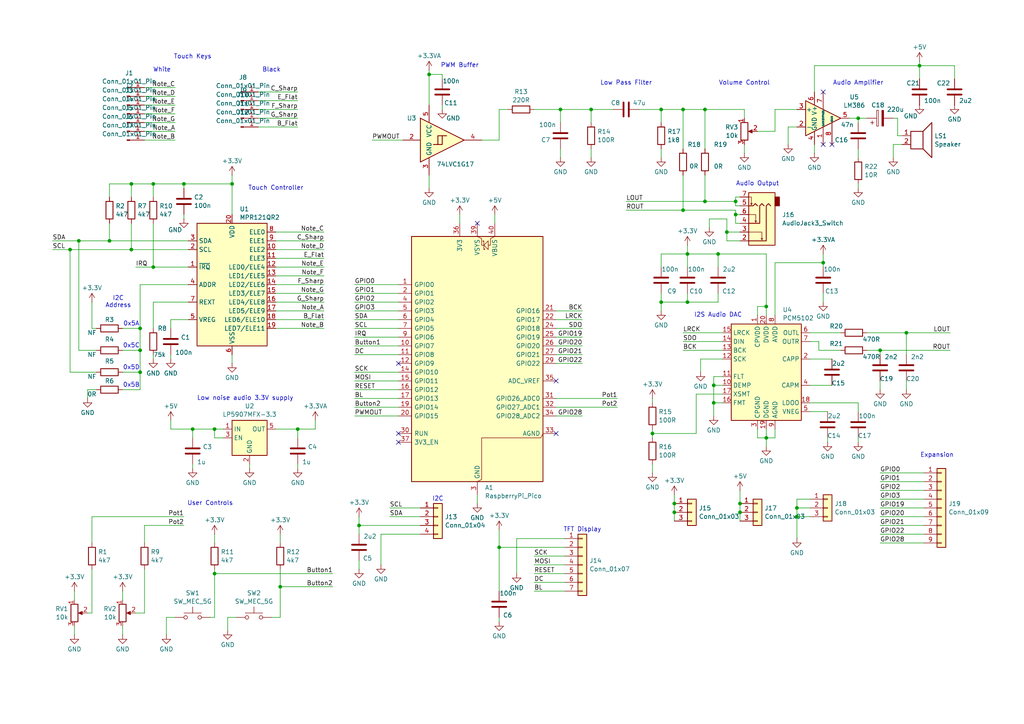
<source format=kicad_sch>
(kicad_sch (version 20231120) (generator "eeschema") (generator_version "8.0")
  (paper "A4")
  (junction (at 55.88 124.46))
  (junction (at 195.58 148.59))
  (junction (at 62.23 124.46))
  (junction (at 207.01 116.84))
  (junction (at 213.36 62.23))
  (junction (at 204.47 31.75))
  (junction (at 53.34 53.34))
  (junction (at 81.28 170.18))
  (junction (at 40.64 95.25))
  (junction (at 44.45 53.34))
  (junction (at 104.14 152.4))
  (junction (at 195.58 146.05))
  (junction (at 208.28 73.66))
  (junction (at 231.14 147.32))
  (junction (at 191.77 31.75))
  (junction (at 213.36 58.42))
  (junction (at 262.89 96.52))
  (junction (at 67.31 53.34))
  (junction (at 214.63 148.59))
  (junction (at 210.82 67.31))
  (junction (at 204.47 58.42))
  (junction (at 162.56 31.75))
  (junction (at 189.23 125.73))
  (junction (at 198.12 31.75))
  (junction (at 171.45 31.75))
  (junction (at 248.92 34.29))
  (junction (at 38.1 72.39))
  (junction (at 207.01 111.76))
  (junction (at 86.36 124.46))
  (junction (at 191.77 87.63))
  (junction (at 144.78 158.75))
  (junction (at 20.32 72.39))
  (junction (at 222.25 127))
  (junction (at 222.25 88.9))
  (junction (at 199.39 73.66))
  (junction (at 214.63 146.05))
  (junction (at 231.14 149.86))
  (junction (at 62.23 166.37))
  (junction (at 238.76 76.2))
  (junction (at 38.1 53.34))
  (junction (at 255.27 101.6))
  (junction (at 22.86 69.85))
  (junction (at 44.45 77.47))
  (junction (at 198.12 60.96))
  (junction (at 40.64 101.6))
  (junction (at 124.46 21.59))
  (junction (at 266.7 19.05))
  (junction (at 199.39 87.63))
  (junction (at 31.75 69.85))
  (junction (at 40.64 107.95))
  (no_connect (at 238.76 26.67))
  (no_connect (at 241.3 41.91))
  (no_connect (at 115.57 125.73))
  (no_connect (at 161.29 110.49))
  (no_connect (at 115.57 128.27))
  (no_connect (at 115.57 105.41))
  (no_connect (at 161.29 125.73))
  (no_connect (at 238.76 41.91))
  (no_connect (at 138.43 64.77))
  (wire (pts (xy 31.75 64.77) (xy 31.75 69.85)))
  (wire (pts (xy 21.59 181.61) (xy 21.59 184.15)))
  (wire (pts (xy 41.91 157.48) (xy 41.91 152.4)))
  (wire (pts (xy 22.86 69.85) (xy 31.75 69.85)))
  (wire (pts (xy 262.89 110.49) (xy 262.89 113.03)))
  (wire (pts (xy 44.45 77.47) (xy 54.61 77.47)))
  (wire (pts (xy 276.86 19.05) (xy 276.86 22.86)))
  (wire (pts (xy 262.89 96.52) (xy 262.89 102.87)))
  (wire (pts (xy 102.87 95.25) (xy 115.57 95.25)))
  (wire (pts (xy 110.49 154.94) (xy 110.49 163.83)))
  (wire (pts (xy 237.49 99.06) (xy 234.95 99.06)))
  (wire (pts (xy 201.93 114.3) (xy 209.55 114.3)))
  (wire (pts (xy 199.39 71.12) (xy 199.39 73.66)))
  (wire (pts (xy 35.56 107.95) (xy 40.64 107.95)))
  (wire (pts (xy 41.91 25.4) (xy 50.8 25.4)))
  (wire (pts (xy 81.28 154.94) (xy 81.28 157.48)))
  (wire (pts (xy 143.51 62.23) (xy 143.51 64.77)))
  (wire (pts (xy 213.36 57.15) (xy 214.63 57.15)))
  (wire (pts (xy 259.08 34.29) (xy 260.35 34.29)))
  (wire (pts (xy 238.76 76.2) (xy 238.76 77.47)))
  (wire (pts (xy 31.75 69.85) (xy 54.61 69.85)))
  (wire (pts (xy 81.28 170.18) (xy 96.52 170.18)))
  (wire (pts (xy 154.94 161.29) (xy 163.83 161.29)))
  (wire (pts (xy 208.28 85.09) (xy 208.28 87.63)))
  (wire (pts (xy 144.78 31.75) (xy 147.32 31.75)))
  (wire (pts (xy 41.91 165.1) (xy 41.91 177.8)))
  (wire (pts (xy 189.23 125.73) (xy 189.23 127)))
  (wire (pts (xy 191.77 85.09) (xy 191.77 87.63)))
  (wire (pts (xy 26.67 95.25) (xy 27.94 95.25)))
  (wire (pts (xy 41.91 27.94) (xy 50.8 27.94)))
  (wire (pts (xy 234.95 96.52) (xy 243.84 96.52)))
  (wire (pts (xy 222.25 127) (xy 224.79 127)))
  (wire (pts (xy 251.46 101.6) (xy 255.27 101.6)))
  (wire (pts (xy 248.92 116.84) (xy 248.92 119.38)))
  (wire (pts (xy 248.92 34.29) (xy 251.46 34.29)))
  (wire (pts (xy 78.74 179.07) (xy 81.28 179.07)))
  (wire (pts (xy 128.27 30.48) (xy 128.27 31.75)))
  (wire (pts (xy 62.23 154.94) (xy 62.23 157.48)))
  (wire (pts (xy 199.39 73.66) (xy 208.28 73.66)))
  (wire (pts (xy 102.87 113.03) (xy 115.57 113.03)))
  (wire (pts (xy 41.91 33.02) (xy 50.8 33.02)))
  (wire (pts (xy 162.56 43.18) (xy 162.56 45.72)))
  (wire (pts (xy 102.87 100.33) (xy 115.57 100.33)))
  (wire (pts (xy 231.14 149.86) (xy 231.14 156.21)))
  (wire (pts (xy 49.53 102.87) (xy 49.53 104.14)))
  (wire (pts (xy 203.2 104.14) (xy 203.2 107.95)))
  (wire (pts (xy 107.95 40.64) (xy 116.84 40.64)))
  (wire (pts (xy 195.58 146.05) (xy 195.58 148.59)))
  (wire (pts (xy 231.14 36.83) (xy 228.6 36.83)))
  (wire (pts (xy 199.39 73.66) (xy 199.39 77.47)))
  (wire (pts (xy 31.75 57.15) (xy 31.75 53.34)))
  (wire (pts (xy 210.82 67.31) (xy 210.82 69.85)))
  (wire (pts (xy 25.4 113.03) (xy 27.94 113.03)))
  (wire (pts (xy 199.39 87.63) (xy 208.28 87.63)))
  (wire (pts (xy 207.01 111.76) (xy 209.55 111.76)))
  (wire (pts (xy 26.67 165.1) (xy 26.67 177.8)))
  (wire (pts (xy 149.86 156.21) (xy 163.83 156.21)))
  (wire (pts (xy 198.12 96.52) (xy 209.55 96.52)))
  (wire (pts (xy 80.01 82.55) (xy 93.98 82.55)))
  (wire (pts (xy 35.56 101.6) (xy 40.64 101.6)))
  (wire (pts (xy 214.63 148.59) (xy 214.63 151.13)))
  (wire (pts (xy 191.77 35.56) (xy 191.77 31.75)))
  (wire (pts (xy 35.56 113.03) (xy 40.64 113.03)))
  (wire (pts (xy 198.12 101.6) (xy 209.55 101.6)))
  (wire (pts (xy 44.45 64.77) (xy 44.45 77.47)))
  (wire (pts (xy 204.47 58.42) (xy 213.36 58.42)))
  (wire (pts (xy 205.74 63.5) (xy 205.74 66.04)))
  (wire (pts (xy 255.27 101.6) (xy 255.27 102.87)))
  (wire (pts (xy 91.44 121.92) (xy 91.44 124.46)))
  (wire (pts (xy 195.58 143.51) (xy 195.58 146.05)))
  (wire (pts (xy 222.25 127) (xy 222.25 129.54)))
  (wire (pts (xy 44.45 53.34) (xy 53.34 53.34)))
  (wire (pts (xy 248.92 43.18) (xy 248.92 45.72)))
  (wire (pts (xy 102.87 87.63) (xy 115.57 87.63)))
  (wire (pts (xy 80.01 85.09) (xy 93.98 85.09)))
  (wire (pts (xy 207.01 116.84) (xy 207.01 120.65)))
  (wire (pts (xy 199.39 85.09) (xy 199.39 87.63)))
  (wire (pts (xy 80.01 80.01) (xy 93.98 80.01)))
  (wire (pts (xy 144.78 158.75) (xy 163.83 158.75)))
  (wire (pts (xy 20.32 107.95) (xy 20.32 72.39)))
  (wire (pts (xy 251.46 96.52) (xy 262.89 96.52)))
  (wire (pts (xy 62.23 166.37) (xy 62.23 165.1)))
  (wire (pts (xy 74.93 29.21) (xy 86.36 29.21)))
  (wire (pts (xy 53.34 54.61) (xy 53.34 53.34)))
  (wire (pts (xy 255.27 144.78) (xy 267.97 144.78)))
  (wire (pts (xy 102.87 82.55) (xy 115.57 82.55)))
  (wire (pts (xy 104.14 162.56) (xy 104.14 165.1)))
  (wire (pts (xy 27.94 101.6) (xy 22.86 101.6)))
  (wire (pts (xy 238.76 85.09) (xy 238.76 87.63)))
  (wire (pts (xy 64.77 124.46) (xy 62.23 124.46)))
  (wire (pts (xy 26.67 87.63) (xy 26.67 95.25)))
  (wire (pts (xy 80.01 72.39) (xy 93.98 72.39)))
  (wire (pts (xy 35.56 181.61) (xy 35.56 184.15)))
  (wire (pts (xy 224.79 76.2) (xy 224.79 91.44)))
  (wire (pts (xy 191.77 77.47) (xy 191.77 73.66)))
  (wire (pts (xy 25.4 113.03) (xy 25.4 115.57)))
  (wire (pts (xy 191.77 87.63) (xy 199.39 87.63)))
  (wire (pts (xy 40.64 113.03) (xy 40.64 107.95)))
  (wire (pts (xy 39.37 77.47) (xy 44.45 77.47)))
  (wire (pts (xy 81.28 170.18) (xy 81.28 165.1)))
  (wire (pts (xy 80.01 87.63) (xy 93.98 87.63)))
  (wire (pts (xy 255.27 101.6) (xy 275.59 101.6)))
  (wire (pts (xy 191.77 31.75) (xy 198.12 31.75)))
  (wire (pts (xy 102.87 118.11) (xy 115.57 118.11)))
  (wire (pts (xy 144.78 158.75) (xy 144.78 171.45)))
  (wire (pts (xy 191.77 43.18) (xy 191.77 45.72)))
  (wire (pts (xy 209.55 109.22) (xy 207.01 109.22)))
  (wire (pts (xy 41.91 40.64) (xy 50.8 40.64)))
  (wire (pts (xy 26.67 149.86) (xy 53.34 149.86)))
  (wire (pts (xy 139.7 40.64) (xy 144.78 40.64)))
  (wire (pts (xy 266.7 17.78) (xy 266.7 19.05)))
  (wire (pts (xy 161.29 115.57) (xy 179.07 115.57)))
  (wire (pts (xy 49.53 121.92) (xy 49.53 124.46)))
  (wire (pts (xy 35.56 95.25) (xy 40.64 95.25)))
  (wire (pts (xy 124.46 21.59) (xy 128.27 21.59)))
  (wire (pts (xy 198.12 31.75) (xy 198.12 43.18)))
  (wire (pts (xy 210.82 63.5) (xy 210.82 67.31)))
  (wire (pts (xy 54.61 92.71) (xy 49.53 92.71)))
  (wire (pts (xy 41.91 35.56) (xy 50.8 35.56)))
  (wire (pts (xy 237.49 101.6) (xy 243.84 101.6)))
  (wire (pts (xy 222.25 73.66) (xy 222.25 88.9)))
  (wire (pts (xy 74.93 36.83) (xy 86.36 36.83)))
  (wire (pts (xy 80.01 95.25) (xy 93.98 95.25)))
  (wire (pts (xy 154.94 166.37) (xy 163.83 166.37)))
  (wire (pts (xy 198.12 50.8) (xy 198.12 60.96)))
  (wire (pts (xy 213.36 58.42) (xy 213.36 57.15)))
  (wire (pts (xy 161.29 95.25) (xy 168.91 95.25)))
  (wire (pts (xy 31.75 53.34) (xy 38.1 53.34)))
  (wire (pts (xy 219.71 124.46) (xy 219.71 127)))
  (wire (pts (xy 81.28 170.18) (xy 81.28 179.07)))
  (wire (pts (xy 49.53 92.71) (xy 49.53 95.25)))
  (wire (pts (xy 80.01 69.85) (xy 93.98 69.85)))
  (wire (pts (xy 161.29 105.41) (xy 168.91 105.41)))
  (wire (pts (xy 207.01 109.22) (xy 207.01 111.76)))
  (wire (pts (xy 161.29 118.11) (xy 179.07 118.11)))
  (wire (pts (xy 210.82 69.85) (xy 214.63 69.85)))
  (wire (pts (xy 262.89 96.52) (xy 275.59 96.52)))
  (wire (pts (xy 215.9 41.91) (xy 215.9 44.45)))
  (wire (pts (xy 231.14 144.78) (xy 231.14 147.32)))
  (wire (pts (xy 26.67 177.8) (xy 25.4 177.8)))
  (wire (pts (xy 208.28 73.66) (xy 208.28 77.47)))
  (wire (pts (xy 231.14 147.32) (xy 234.95 147.32)))
  (wire (pts (xy 276.86 19.05) (xy 266.7 19.05)))
  (wire (pts (xy 210.82 67.31) (xy 214.63 67.31)))
  (wire (pts (xy 62.23 127) (xy 62.23 124.46)))
  (wire (pts (xy 44.45 102.87) (xy 44.45 104.14)))
  (wire (pts (xy 41.91 38.1) (xy 50.8 38.1)))
  (wire (pts (xy 80.01 74.93) (xy 93.98 74.93)))
  (wire (pts (xy 154.94 31.75) (xy 162.56 31.75)))
  (wire (pts (xy 102.87 102.87) (xy 115.57 102.87)))
  (wire (pts (xy 38.1 53.34) (xy 38.1 57.15)))
  (wire (pts (xy 204.47 31.75) (xy 215.9 31.75)))
  (wire (pts (xy 110.49 154.94) (xy 121.92 154.94)))
  (wire (pts (xy 236.22 19.05) (xy 266.7 19.05)))
  (wire (pts (xy 248.92 34.29) (xy 248.92 35.56)))
  (wire (pts (xy 60.96 179.07) (xy 62.23 179.07)))
  (wire (pts (xy 102.87 85.09) (xy 115.57 85.09)))
  (wire (pts (xy 62.23 166.37) (xy 96.52 166.37)))
  (wire (pts (xy 161.29 90.17) (xy 168.91 90.17)))
  (wire (pts (xy 40.64 95.25) (xy 40.64 82.55)))
  (wire (pts (xy 198.12 99.06) (xy 209.55 99.06)))
  (wire (pts (xy 195.58 148.59) (xy 195.58 151.13)))
  (wire (pts (xy 86.36 124.46) (xy 86.36 127)))
  (wire (pts (xy 260.35 34.29) (xy 260.35 39.37)))
  (wire (pts (xy 161.29 120.65) (xy 168.91 120.65)))
  (wire (pts (xy 113.03 147.32) (xy 121.92 147.32)))
  (wire (pts (xy 15.24 69.85) (xy 22.86 69.85)))
  (wire (pts (xy 261.62 41.91) (xy 259.08 41.91)))
  (wire (pts (xy 67.31 102.87) (xy 67.31 105.41)))
  (wire (pts (xy 74.93 34.29) (xy 86.36 34.29)))
  (wire (pts (xy 124.46 20.32) (xy 124.46 21.59)))
  (wire (pts (xy 266.7 19.05) (xy 266.7 22.86)))
  (wire (pts (xy 161.29 97.79) (xy 168.91 97.79)))
  (wire (pts (xy 149.86 156.21) (xy 149.86 166.37)))
  (wire (pts (xy 185.42 31.75) (xy 191.77 31.75)))
  (wire (pts (xy 260.35 39.37) (xy 261.62 39.37)))
  (wire (pts (xy 237.49 101.6) (xy 237.49 99.06)))
  (wire (pts (xy 213.36 62.23) (xy 214.63 62.23)))
  (wire (pts (xy 48.26 179.07) (xy 50.8 179.07)))
  (wire (pts (xy 215.9 31.75) (xy 215.9 34.29)))
  (wire (pts (xy 26.67 157.48) (xy 26.67 149.86)))
  (wire (pts (xy 72.39 134.62) (xy 72.39 135.89)))
  (wire (pts (xy 53.34 53.34) (xy 67.31 53.34)))
  (wire (pts (xy 231.14 149.86) (xy 234.95 149.86)))
  (wire (pts (xy 67.31 53.34) (xy 67.31 62.23)))
  (wire (pts (xy 144.78 179.07) (xy 144.78 180.34)))
  (wire (pts (xy 234.95 144.78) (xy 231.14 144.78)))
  (wire (pts (xy 62.23 166.37) (xy 62.23 179.07)))
  (wire (pts (xy 80.01 77.47) (xy 93.98 77.47)))
  (wire (pts (xy 162.56 31.75) (xy 162.56 35.56)))
  (wire (pts (xy 171.45 43.18) (xy 171.45 45.72)))
  (wire (pts (xy 44.45 57.15) (xy 44.45 53.34)))
  (wire (pts (xy 255.27 137.16) (xy 267.97 137.16)))
  (wire (pts (xy 228.6 36.83) (xy 228.6 41.91)))
  (wire (pts (xy 204.47 31.75) (xy 204.47 43.18)))
  (wire (pts (xy 171.45 31.75) (xy 177.8 31.75)))
  (wire (pts (xy 189.23 115.57) (xy 189.23 116.84)))
  (wire (pts (xy 67.31 50.8) (xy 67.31 53.34)))
  (wire (pts (xy 181.61 58.42) (xy 204.47 58.42)))
  (wire (pts (xy 102.87 90.17) (xy 115.57 90.17)))
  (wire (pts (xy 161.29 92.71) (xy 168.91 92.71)))
  (wire (pts (xy 213.36 64.77) (xy 214.63 64.77)))
  (wire (pts (xy 198.12 60.96) (xy 213.36 60.96)))
  (wire (pts (xy 80.01 124.46) (xy 86.36 124.46)))
  (wire (pts (xy 191.77 73.66) (xy 199.39 73.66)))
  (wire (pts (xy 80.01 90.17) (xy 93.98 90.17)))
  (wire (pts (xy 20.32 72.39) (xy 38.1 72.39)))
  (wire (pts (xy 208.28 73.66) (xy 222.25 73.66)))
  (wire (pts (xy 102.87 97.79) (xy 115.57 97.79)))
  (wire (pts (xy 224.79 127) (xy 224.79 124.46)))
  (wire (pts (xy 86.36 134.62) (xy 86.36 135.89)))
  (wire (pts (xy 224.79 38.1) (xy 224.79 31.75)))
  (wire (pts (xy 38.1 72.39) (xy 54.61 72.39)))
  (wire (pts (xy 74.93 26.67) (xy 86.36 26.67)))
  (wire (pts (xy 171.45 31.75) (xy 171.45 35.56)))
  (wire (pts (xy 234.95 111.76) (xy 241.3 111.76)))
  (wire (pts (xy 189.23 134.62) (xy 189.23 137.16)))
  (wire (pts (xy 219.71 38.1) (xy 224.79 38.1)))
  (wire (pts (xy 236.22 19.05) (xy 236.22 26.67)))
  (wire (pts (xy 162.56 31.75) (xy 171.45 31.75)))
  (wire (pts (xy 198.12 31.75) (xy 204.47 31.75)))
  (wire (pts (xy 22.86 101.6) (xy 22.86 69.85)))
  (wire (pts (xy 44.45 87.63) (xy 54.61 87.63)))
  (wire (pts (xy 21.59 171.45) (xy 21.59 173.99)))
  (wire (pts (xy 219.71 88.9) (xy 222.25 88.9)))
  (wire (pts (xy 102.87 107.95) (xy 115.57 107.95)))
  (wire (pts (xy 255.27 110.49) (xy 255.27 113.03)))
  (wire (pts (xy 255.27 147.32) (xy 267.97 147.32)))
  (wire (pts (xy 40.64 82.55) (xy 54.61 82.55)))
  (wire (pts (xy 66.04 179.07) (xy 68.58 179.07)))
  (wire (pts (xy 248.92 127) (xy 248.92 128.27)))
  (wire (pts (xy 224.79 76.2) (xy 238.76 76.2)))
  (wire (pts (xy 191.77 87.63) (xy 191.77 90.17)))
  (wire (pts (xy 144.78 40.64) (xy 144.78 31.75)))
  (wire (pts (xy 55.88 134.62) (xy 55.88 135.89)))
  (wire (pts (xy 161.29 102.87) (xy 168.91 102.87)))
  (wire (pts (xy 104.14 152.4) (xy 121.92 152.4)))
  (wire (pts (xy 128.27 21.59) (xy 128.27 22.86)))
  (wire (pts (xy 214.63 142.24) (xy 214.63 146.05)))
  (wire (pts (xy 41.91 177.8) (xy 39.37 177.8)))
  (wire (pts (xy 53.34 62.23) (xy 53.34 63.5)))
  (wire (pts (xy 64.77 127) (xy 62.23 127)))
  (wire (pts (xy 41.91 30.48) (xy 50.8 30.48)))
  (wire (pts (xy 189.23 124.46) (xy 189.23 125.73)))
  (wire (pts (xy 74.93 31.75) (xy 86.36 31.75)))
  (wire (pts (xy 255.27 152.4) (xy 267.97 152.4)))
  (wire (pts (xy 154.94 163.83) (xy 163.83 163.83)))
  (wire (pts (xy 86.36 124.46) (xy 91.44 124.46)))
  (wire (pts (xy 40.64 107.95) (xy 40.64 101.6)))
  (wire (pts (xy 62.23 124.46) (xy 55.88 124.46)))
  (wire (pts (xy 205.74 63.5) (xy 210.82 63.5)))
  (wire (pts (xy 234.95 104.14) (xy 241.3 104.14)))
  (wire (pts (xy 207.01 111.76) (xy 207.01 116.84)))
  (wire (pts (xy 154.94 171.45) (xy 163.83 171.45)))
  (wire (pts (xy 44.45 95.25) (xy 44.45 87.63)))
  (wire (pts (xy 80.01 67.31) (xy 93.98 67.31)))
  (wire (pts (xy 189.23 125.73) (xy 201.93 125.73)))
  (wire (pts (xy 222.25 88.9) (xy 222.25 91.44)))
  (wire (pts (xy 27.94 107.95) (xy 20.32 107.95)))
  (wire (pts (xy 240.03 127) (xy 240.03 128.27)))
  (wire (pts (xy 204.47 50.8) (xy 204.47 58.42)))
  (wire (pts (xy 15.24 72.39) (xy 20.32 72.39)))
  (wire (pts (xy 255.27 139.7) (xy 267.97 139.7)))
  (wire (pts (xy 219.71 91.44) (xy 219.71 88.9)))
  (wire (pts (xy 102.87 110.49) (xy 115.57 110.49)))
  (wire (pts (xy 213.36 58.42) (xy 213.36 59.69)))
  (wire (pts (xy 255.27 149.86) (xy 267.97 149.86)))
  (wire (pts (xy 248.92 53.34) (xy 248.92 54.61)))
  (wire (pts (xy 102.87 120.65) (xy 115.57 120.65)))
  (wire (pts (xy 38.1 64.77) (xy 38.1 72.39)))
  (wire (pts (xy 234.95 119.38) (xy 240.03 119.38)))
  (wire (pts (xy 35.56 171.45) (xy 35.56 173.99)))
  (wire (pts (xy 124.46 21.59) (xy 124.46 30.48)))
  (wire (pts (xy 133.35 62.23) (xy 133.35 64.77)))
  (wire (pts (xy 201.93 125.73) (xy 201.93 114.3)))
  (wire (pts (xy 238.76 73.66) (xy 238.76 76.2)))
  (wire (pts (xy 124.46 50.8) (xy 124.46 54.61)))
  (wire (pts (xy 66.04 179.07) (xy 66.04 182.88)))
  (wire (pts (xy 236.22 41.91) (xy 236.22 44.45)))
  (wire (pts (xy 138.43 143.51) (xy 138.43 146.05)))
  (wire (pts (xy 255.27 157.48) (xy 267.97 157.48)))
  (wire (pts (xy 213.36 60.96) (xy 213.36 62.23)))
  (wire (pts (xy 213.36 62.23) (xy 213.36 64.77)))
  (wire (pts (xy 144.78 153.67) (xy 144.78 158.75)))
  (wire (pts (xy 55.88 124.46) (xy 49.53 124.46)))
  (wire (pts (xy 231.14 147.32) (xy 231.14 149.86)))
  (wire (pts (xy 113.03 149.86) (xy 121.92 149.86)))
  (wire (pts (xy 161.29 100.33) (xy 168.91 100.33)))
  (wire (pts (xy 259.08 41.91) (xy 259.08 45.72)))
  (wire (pts (xy 209.55 116.84) (xy 207.01 116.84)))
  (wire (pts (xy 55.88 124.46) (xy 55.88 127)))
  (wire (pts (xy 255.27 154.94) (xy 267.97 154.94)))
  (wire (pts (xy 104.14 149.86) (xy 104.14 152.4)))
  (wire (pts (xy 154.94 168.91) (xy 163.83 168.91)))
  (wire (pts (xy 214.63 146.05) (xy 214.63 148.59)))
  (wire (pts (xy 213.36 59.69) (xy 214.63 59.69)))
  (wire (pts (xy 102.87 115.57) (xy 115.57 115.57)))
  (wire (pts (xy 38.1 53.34) (xy 44.45 53.34)))
  (wire (pts (xy 234.95 116.84) (xy 248.92 116.84)))
  (wire (pts (xy 80.01 92.71) (xy 93.98 92.71)))
  (wire (pts (xy 40.64 101.6) (xy 40.64 95.25)))
  (wire (pts (xy 222.25 124.46) (xy 222.25 127)))
  (wire (pts (xy 255.27 142.24) (xy 267.97 142.24)))
  (wire (pts (xy 209.55 104.14) (xy 203.2 104.14)))
  (wire (pts (xy 246.38 34.29) (xy 248.92 34.29)))
  (wire (pts (xy 41.91 152.4) (xy 53.34 152.4)))
  (wire (pts (xy 104.14 152.4) (xy 104.14 154.94)))
  (wire (pts (xy 48.26 179.07) (xy 48.26 184.15)))
  (wire (pts (xy 181.61 60.96) (xy 198.12 60.96)))
  (wire (pts (xy 102.87 92.71) (xy 115.57 92.71)))
  (wire (pts (xy 219.71 127) (xy 222.25 127)))
  (wire (pts (xy 224.79 31.75) (xy 231.14 31.75)))
  (text "PWM Buffer" (at 133.35 19.05 0) (effects (font (size 1.27 1.27))))
  (text "Black" (at 78.74 20.32 0) (effects (font (size 1.27 1.27))))
  (text "I2C\nAddress" (at 34.29 87.63 0) (effects (font (size 1.27 1.27))))
  (text "Touch Keys" (at 55.88 16.51 0) (effects (font (size 1.27 1.27))))
  (text "Audio Amplifier" (at 248.92 24.13 0) (effects (font (size 1.27 1.27))))
  (text "0x5C" (at 38.1 100.33 0) (effects (font (size 1.27 1.27))))
  (text "0x5A" (at 38.1 93.98 0) (effects (font (size 1.27 1.27))))
  (text "Audio Output" (at 219.71 53.34 0) (effects (font (size 1.27 1.27))))
  (text "0x5B" (at 38.1 111.76 0) (effects (font (size 1.27 1.27))))
  (text "TFT Display" (at 168.91 153.67 0) (effects (font (size 1.27 1.27))))
  (text "Low noise audio 3.3V supply" (at 71.12 115.57 0) (effects (font (size 1.27 1.27))))
  (text "Volume Control" (at 215.9 24.13 0) (effects (font (size 1.27 1.27))))
  (text "Low Pass Filter" (at 181.61 24.13 0) (effects (font (size 1.27 1.27))))
  (text "I2C" (at 127 144.78 0) (effects (font (size 1.27 1.27))))
  (text "Expansion" (at 271.78 132.08 0) (effects (font (size 1.27 1.27))))
  (text "0x5D" (at 38.1 106.68 0) (effects (font (size 1.27 1.27))))
  (text "I2S Audio DAC" (at 208.28 91.44 0) (effects (font (size 1.27 1.27))))
  (text "User Controls" (at 60.96 146.05 0) (effects (font (size 1.27 1.27))))
  (text "Touch Controller" (at 80.01 54.61 0) (effects (font (size 1.27 1.27))))
  (text "White" (at 46.99 20.32 0) (effects (font (size 1.27 1.27))))
  (label "MOSI" (at 154.94 163.83 0))
  (label "Pot2" (at 53.34 152.4 180))
  (label "Button2" (at 96.52 170.18 180))
  (label "SCL" (at 15.24 72.39 0))
  (label "SDO" (at 198.12 99.06 0))
  (label "IRQ" (at 102.87 97.79 0))
  (label "Note_F" (at 93.98 80.01 180))
  (label "DC" (at 154.94 168.91 0))
  (label "B_Flat" (at 86.36 36.83 180))
  (label "MOSI" (at 102.87 110.49 0))
  (label "SCK" (at 154.94 161.29 0))
  (label "Note_B" (at 93.98 95.25 180))
  (label "GPIO28" (at 255.27 157.48 0))
  (label "SCL" (at 102.87 95.25 0))
  (label "Note_A" (at 50.8 38.1 180))
  (label "RESET" (at 102.87 113.03 0))
  (label "Button1" (at 96.52 166.37 180))
  (label "GPIO2" (at 255.27 142.24 0))
  (label "Note_D" (at 93.98 72.39 180))
  (label "Note_G" (at 50.8 35.56 180))
  (label "LRCK" (at 168.91 92.71 180))
  (label "ROUT" (at 181.61 60.96 0))
  (label "C_Sharp" (at 86.36 26.67 180))
  (label "Button2" (at 102.87 118.11 0))
  (label "SCK" (at 102.87 107.95 0))
  (label "GPIO21" (at 255.27 152.4 0))
  (label "IRQ" (at 39.37 77.47 0))
  (label "SDA" (at 113.03 149.86 0))
  (label "Note_D" (at 50.8 27.94 180))
  (label "F_Sharp" (at 86.36 31.75 180))
  (label "RESET" (at 154.94 166.37 0))
  (label "SDA" (at 102.87 92.71 0))
  (label "BL" (at 154.94 171.45 0))
  (label "SCL" (at 113.03 147.32 0))
  (label "Note_G" (at 93.98 85.09 180))
  (label "GPIO20" (at 168.91 100.33 180))
  (label "Note_C" (at 50.8 25.4 180))
  (label "G_Sharp" (at 86.36 34.29 180))
  (label "GPIO19" (at 168.91 97.79 180))
  (label "E_Flat" (at 86.36 29.21 180))
  (label "GPIO22" (at 168.91 105.41 180))
  (label "G_Sharp" (at 93.98 87.63 180))
  (label "E_Flat" (at 93.98 74.93 180))
  (label "Pot2" (at 179.07 118.11 180))
  (label "Pot1" (at 53.34 149.86 180))
  (label "GPIO19" (at 255.27 147.32 0))
  (label "GPIO0" (at 255.27 137.16 0))
  (label "LOUT" (at 275.59 96.52 180))
  (label "LRCK" (at 198.12 96.52 0))
  (label "DC" (at 102.87 102.87 0))
  (label "PWMOUT" (at 102.87 120.65 0))
  (label "GPIO21" (at 168.91 102.87 180))
  (label "GPIO3" (at 102.87 90.17 0))
  (label "Note_B" (at 50.8 40.64 180))
  (label "BCK" (at 198.12 101.6 0))
  (label "SDA" (at 15.24 69.85 0))
  (label "GPIO22" (at 255.27 154.94 0))
  (label "GPIO1" (at 102.87 85.09 0))
  (label "GPIO1" (at 255.27 139.7 0))
  (label "B_Flat" (at 93.98 92.71 180))
  (label "BL" (at 102.87 115.57 0))
  (label "C_Sharp" (at 93.98 69.85 180))
  (label "BCK" (at 168.91 90.17 180))
  (label "PWMOUT" (at 107.95 40.64 0))
  (label "GPIO28" (at 168.91 120.65 180))
  (label "ROUT" (at 275.59 101.6 180))
  (label "Note_E" (at 50.8 30.48 180))
  (label "Note_F" (at 50.8 33.02 180))
  (label "Pot1" (at 179.07 115.57 180))
  (label "SDO" (at 168.91 95.25 180))
  (label "Note_E" (at 93.98 77.47 180))
  (label "LOUT" (at 181.61 58.42 0))
  (label "GPIO3" (at 255.27 144.78 0))
  (label "Note_C" (at 93.98 67.31 180))
  (label "Note_A" (at 93.98 90.17 180))
  (label "GPIO20" (at 255.27 149.86 0))
  (label "GPIO0" (at 102.87 82.55 0))
  (label "F_Sharp" (at 93.98 82.55 180))
  (label "GPIO2" (at 102.87 87.63 0))
  (label "Button1" (at 102.87 100.33 0))
  (symbol (lib_id "power:GND") (at 66.04 182.88 0) (unit 1)
    (property "Reference" "#PWR014" (effects (hide yes)))
    (property "Value" "GND" (at 66.04 187.0131 0))
    (property "Description" "Power symbol creates a global label with name \"GND\" , ground" (effects (hide yes)))
  )
  (symbol (lib_id "Device:C") (at 55.88 130.81 0) (unit 1)
    (property "Reference" "C3" (at 58.801 129.5978 0) (effects (justify left)))
    (property "Value" "1u" (at 57.15 133.985 0) (effects (justify left)))
    (property "Footprint" "Capacitor_SMD:C_0603_1608Metric" (effects (hide yes)))
    (property "Description" "Unpolarized capacitor" (effects (hide yes)))
  )
  (symbol (lib_id "Device:C") (at 276.86 26.67 180) (unit 1)
    (property "Reference" "C22" (at 275.59 24.13 0) (effects (justify left)))
    (property "Value" "2u2" (at 281.94 29.21 0) (effects (justify left)))
    (property "Footprint" "Capacitor_SMD:C_0603_1608Metric" (effects (hide yes)))
    (property "Description" "Unpolarized capacitor" (effects (hide yes)))
  )
  (symbol (lib_id "power:GND") (at 67.31 105.41 0) (unit 1)
    (property "Reference" "#PWR016" (effects (hide yes)))
    (property "Value" "GND" (at 67.31 109.5431 0))
    (property "Description" "Power symbol creates a global label with name \"GND\" , ground" (effects (hide yes)))
  )
  (symbol (lib_id "Connector:Conn_01x01_Pin") (at 36.83 30.48 0) (unit 1)
    (property "Reference" "J3" (at 37.465 26.2593 0))
    (property "Value" "Conn_01x01_Pin" (at 37.465 28.6836 0))
    (property "Footprint" "rLab_Keyboard:White_Key" (effects (hide yes)))
    (property "Description" "Generic connector, single row, 01x01, script generated" (effects (hide yes)))
  )
  (symbol (lib_id "power:GND") (at 138.43 146.05 0) (unit 1)
    (property "Reference" "#PWR027" (effects (hide yes)))
    (property "Value" "GND" (at 138.43 150.1831 0))
    (property "Description" "Power symbol creates a global label with name \"GND\" , ground" (effects (hide yes)))
  )
  (symbol (lib_id "power:+3.3V") (at 199.39 71.12 0) (unit 1)
    (property "Reference" "#PWR039" (effects (hide yes)))
    (property "Value" "+3.3V" (at 199.39 66.9869 0))
    (property "Description" "Power symbol creates a global label with name \"+3.3V\"" (effects (hide yes)))
  )
  (symbol (lib_id "Device:R") (at 247.65 101.6 90) (unit 1)
    (property "Reference" "R21" (at 242.57 99.695 90))
    (property "Value" "470R" (at 252.73 103.505 90))
    (property "Footprint" "Resistor_SMD:R_0603_1608Metric" (effects (hide yes)))
    (property "Description" "Resistor" (effects (hide yes)))
  )
  (symbol (lib_id "power:+3.3V") (at 144.78 153.67 0) (unit 1)
    (property "Reference" "#PWR028" (effects (hide yes)))
    (property "Value" "+3.3V" (at 144.78 149.5369 0))
    (property "Description" "Power symbol creates a global label with name \"+3.3V\"" (effects (hide yes)))
  )
  (symbol (lib_id "Device:R") (at 189.23 120.65 0) (unit 1)
    (property "Reference" "R15" (at 191.008 119.4378 0) (effects (justify left)))
    (property "Value" "100R" (at 191.008 121.8621 0) (effects (justify left)))
    (property "Footprint" "Resistor_SMD:R_0603_1608Metric" (effects (hide yes)))
    (property "Description" "Resistor" (effects (hide yes)))
  )
  (symbol (lib_id "power:GND") (at 104.14 165.1 0) (unit 1)
    (property "Reference" "#PWR022" (effects (hide yes)))
    (property "Value" "GND" (at 104.14 169.2331 0))
    (property "Description" "Power symbol creates a global label with name \"GND\" , ground" (effects (hide yes)))
  )
  (symbol (lib_id "power:GND") (at 238.76 87.63 0) (unit 1)
    (property "Reference" "#PWR050" (effects (hide yes)))
    (property "Value" "GND" (at 238.76 91.7631 0))
    (property "Description" "Power symbol creates a global label with name \"GND\" , ground" (effects (hide yes)))
  )
  (symbol (lib_id "Device:C_Polarized") (at 255.27 34.29 90) (unit 1)
    (property "Reference" "C18" (at 254.635 30.48 90))
    (property "Value" "220u" (at 259.715 31.75 90))
    (property "Footprint" "Capacitor_SMD:C_1206_3216Metric" (effects (hide yes)))
    (property "Description" "Polarized capacitor" (effects (hide yes)))
  )
  (symbol (lib_id "power:GND") (at 255.27 113.03 0) (unit 1)
    (property "Reference" "#PWR054" (effects (hide yes)))
    (property "Value" "GND" (at 255.27 117.1631 0))
    (property "Description" "Power symbol creates a global label with name \"GND\" , ground" (effects (hide yes)))
  )
  (symbol (lib_id "Device:R_Potentiometer") (at 215.9 38.1 0) (unit 1)
    (property "Reference" "RV3" (at 214.1221 36.8878 0) (effects (justify right)))
    (property "Value" "10k" (at 214.1221 39.3121 0) (effects (justify right)))
    (property "Footprint" "rLab_Keyboard:Potentiometer_Bourns_3214G_Horizontal" (effects (hide yes)))
    (property "Description" "Potentiometer" (effects (hide yes)))
  )
  (symbol (lib_id "Device:C") (at 49.53 99.06 0) (unit 1)
    (property "Reference" "C1" (at 52.451 97.8478 0) (effects (justify left)))
    (property "Value" "100n" (at 50.8 102.235 0) (effects (justify left)))
    (property "Footprint" "Capacitor_SMD:C_0603_1608Metric" (effects (hide yes)))
    (property "Description" "Unpolarized capacitor" (effects (hide yes)))
  )
  (symbol (lib_id "Device:C") (at 255.27 106.68 180) (unit 1)
    (property "Reference" "C19" (at 259.08 109.855 0) (effects (justify left)))
    (property "Value" "2n2" (at 260.35 103.505 0) (effects (justify left)))
    (property "Footprint" "Capacitor_SMD:C_0603_1608Metric" (effects (hide yes)))
    (property "Description" "Unpolarized capacitor" (effects (hide yes)))
  )
  (symbol (lib_id "Device:R") (at 151.13 31.75 270) (unit 1)
    (property "Reference" "R13" (at 151.13 26.5895 90))
    (property "Value" "220R" (at 151.13 29.0138 90))
    (property "Footprint" "Resistor_SMD:R_0603_1608Metric" (effects (hide yes)))
    (property "Description" "Resistor" (effects (hide yes)))
  )
  (symbol (lib_id "power:GND") (at 149.86 166.37 0) (unit 1)
    (property "Reference" "#PWR031" (effects (hide yes)))
    (property "Value" "GND" (at 149.86 170.5031 0))
    (property "Description" "Power symbol creates a global label with name \"GND\" , ground" (effects (hide yes)))
  )
  (symbol (lib_id "Switch:SW_Omron_B3FS") (at 55.88 179.07 0) (unit 1)
    (property "Reference" "SW1" (at 55.88 172.0045 0))
    (property "Value" "SW_MEC_5G" (at 55.88 174.4288 0))
    (property "Footprint" "Button_Switch_THT:SW_PUSH_6mm_H5mm" (effects (hide yes)))
    (property "Datasheet" "https://omronfs.omron.com/en_US/ecb/products/pdf/en-b3fs.pdf" (effects (hide yes)))
    (property "Description" "Omron B3FS 6x6mm single pole normally-open tactile switch" (effects (hide yes)))
  )
  (symbol (lib_id "Connector:Conn_01x01_Pin") (at 69.85 36.83 0) (unit 1)
    (property "Reference" "J12" (at 70.485 32.6093 0))
    (property "Value" "Conn_01x01_Pin" (at 70.485 35.0336 0))
    (property "Footprint" "rLab_Keyboard:Black_key_fill" (effects (hide yes)))
    (property "Description" "Generic connector, single row, 01x01, script generated" (effects (hide yes)))
  )
  (symbol (lib_id "power:GND") (at 240.03 128.27 0) (unit 1)
    (property "Reference" "#PWR051" (effects (hide yes)))
    (property "Value" "GND" (at 240.03 132.4031 0))
    (property "Description" "Power symbol creates a global label with name \"GND\" , ground" (effects (hide yes)))
  )
  (symbol (lib_id "power:+3.3V") (at 21.59 171.45 0) (unit 1)
    (property "Reference" "#PWR01" (effects (hide yes)))
    (property "Value" "+3.3V" (at 21.59 167.3169 0))
    (property "Description" "Power symbol creates a global label with name \"+3.3V\"" (effects (hide yes)))
  )
  (symbol (lib_id "power:+3.3V") (at 62.23 154.94 0) (unit 1)
    (property "Reference" "#PWR013" (effects (hide yes)))
    (property "Value" "+3.3V" (at 62.23 150.8069 0))
    (property "Description" "Power symbol creates a global label with name \"+3.3V\"" (effects (hide yes)))
  )
  (symbol (lib_id "power:+3.3V") (at 35.56 171.45 0) (unit 1)
    (property "Reference" "#PWR05" (effects (hide yes)))
    (property "Value" "+3.3V" (at 35.56 167.3169 0))
    (property "Description" "Power symbol creates a global label with name \"+3.3V\"" (effects (hide yes)))
  )
  (symbol (lib_id "Audio:PCM5102") (at 222.25 106.68 0) (unit 1)
    (property "Reference" "U4" (at 226.9841 89.8355 0) (effects (justify left)))
    (property "Value" "PCM5102" (at 226.9841 92.2598 0) (effects (justify left)))
    (property "Footprint" "Package_SO:TSSOP-20_4.4x6.5mm_P0.65mm" (effects (hide yes)))
    (property "Datasheet" "http://www.ti.com/lit/ds/symlink/pcm5102.pdf" (effects (hide yes)))
    (property "Description" "2VRMS DirectPath, 112dB Audio Stereo DAC with 32-bit, 384kHz PCM Interface, TSSOP-20" (effects (hide yes)))
  )
  (symbol (lib_id "power:GND") (at 266.7 30.48 0) (unit 1)
    (property "Reference" "#PWR058" (effects (hide yes)))
    (property "Value" "GND" (at 264.16 33.655 0))
    (property "Description" "Power symbol creates a global label with name \"GND\" , ground" (effects (hide yes)))
  )
  (symbol (lib_id "Device:C") (at 191.77 81.28 180) (unit 1)
    (property "Reference" "C9" (at 196.215 84.455 0) (effects (justify left)))
    (property "Value" "100n" (at 196.85 78.105 0) (effects (justify left)))
    (property "Footprint" "Capacitor_SMD:C_0603_1608Metric" (effects (hide yes)))
    (property "Description" "Unpolarized capacitor" (effects (hide yes)))
  )
  (symbol (lib_id "power:GND") (at 207.01 120.65 0) (unit 1)
    (property "Reference" "#PWR042" (effects (hide yes)))
    (property "Value" "GND" (at 207.01 124.7831 0))
    (property "Description" "Power symbol creates a global label with name \"GND\" , ground" (effects (hide yes)))
  )
  (symbol (lib_id "Device:C") (at 128.27 26.67 180) (unit 1)
    (property "Reference" "C11" (at 132.715 29.845 0) (effects (justify left)))
    (property "Value" "100n" (at 133.35 23.495 0) (effects (justify left)))
    (property "Footprint" "Capacitor_SMD:C_0603_1608Metric" (effects (hide yes)))
    (property "Description" "Unpolarized capacitor" (effects (hide yes)))
  )
  (symbol (lib_id "Device:C") (at 144.78 175.26 180) (unit 1)
    (property "Reference" "C6" (at 148.59 178.435 0) (effects (justify left)))
    (property "Value" "100n" (at 149.86 172.085 0) (effects (justify left)))
    (property "Footprint" "Capacitor_SMD:C_0603_1608Metric" (effects (hide yes)))
    (property "Description" "Unpolarized capacitor" (effects (hide yes)))
  )
  (symbol (lib_id "Device:R") (at 31.75 113.03 270) (unit 1)
    (property "Reference" "R6" (at 31.75 110.49 90))
    (property "Value" "0R" (at 26.67 114.3 90))
    (property "Footprint" "Resistor_SMD:R_0603_1608Metric" (effects (hide yes)))
    (property "Description" "Resistor" (effects (hide yes)))
  )
  (symbol (lib_id "power:+3.3V") (at 26.67 87.63 0) (unit 1)
    (property "Reference" "#PWR04" (effects (hide yes)))
    (property "Value" "+3.3V" (at 26.67 83.4969 0))
    (property "Description" "Power symbol creates a global label with name \"+3.3V\"" (effects (hide yes)))
  )
  (symbol (lib_id "Connector:Conn_01x01_Pin") (at 36.83 40.64 0) (unit 1)
    (property "Reference" "J7" (at 37.465 36.4193 0))
    (property "Value" "Conn_01x01_Pin" (at 37.465 38.8436 0))
    (property "Footprint" "rLab_Keyboard:White_Key" (effects (hide yes)))
    (property "Description" "Generic connector, single row, 01x01, script generated" (effects (hide yes)))
  )
  (symbol (lib_id "Connector:Conn_01x01_Pin") (at 36.83 38.1 0) (unit 1)
    (property "Reference" "J6" (at 37.465 33.8793 0))
    (property "Value" "Conn_01x01_Pin" (at 37.465 36.3036 0))
    (property "Footprint" "rLab_Keyboard:White_Key" (effects (hide yes)))
    (property "Description" "Generic connector, single row, 01x01, script generated" (effects (hide yes)))
  )
  (symbol (lib_id "power:GND") (at 25.4 115.57 0) (unit 1)
    (property "Reference" "#PWR03" (effects (hide yes)))
    (property "Value" "GND" (at 25.4 119.7031 0))
    (property "Description" "Power symbol creates a global label with name \"GND\" , ground" (effects (hide yes)))
  )
  (symbol (lib_id "Device:C") (at 162.56 39.37 180) (unit 1)
    (property "Reference" "C7" (at 159.639 40.5822 0) (effects (justify left)))
    (property "Value" "100n" (at 161.29 36.195 0) (effects (justify left)))
    (property "Footprint" "Capacitor_SMD:C_0603_1608Metric" (effects (hide yes)))
    (property "Description" "Unpolarized capacitor" (effects (hide yes)))
  )
  (symbol (lib_id "power:GND") (at 162.56 45.72 0) (unit 1)
    (property "Reference" "#PWR032" (effects (hide yes)))
    (property "Value" "GND" (at 162.56 49.8531 0))
    (property "Description" "Power symbol creates a global label with name \"GND\" , ground" (effects (hide yes)))
  )
  (symbol (lib_id "Connector:Conn_01x01_Pin") (at 36.83 27.94 0) (unit 1)
    (property "Reference" "J2" (at 37.465 24.9893 0))
    (property "Value" "Conn_01x01_Pin" (at 37.465 26.1436 0))
    (property "Footprint" "rLab_Keyboard:White_Key" (effects (hide yes)))
    (property "Description" "Generic connector, single row, 01x01, script generated" (effects (hide yes)))
  )
  (symbol (lib_id "Switch:SW_Omron_B3FS") (at 73.66 179.07 0) (unit 1)
    (property "Reference" "SW2" (at 73.66 172.0045 0))
    (property "Value" "SW_MEC_5G" (at 73.66 174.4288 0))
    (property "Footprint" "Button_Switch_THT:SW_PUSH_6mm_H5mm" (effects (hide yes)))
    (property "Datasheet" "https://omronfs.omron.com/en_US/ecb/products/pdf/en-b3fs.pdf" (effects (hide yes)))
    (property "Description" "Omron B3FS 6x6mm single pole normally-open tactile switch" (effects (hide yes)))
  )
  (symbol (lib_id "Device:C") (at 262.89 106.68 180) (unit 1)
    (property "Reference" "C20" (at 266.7 109.855 0) (effects (justify left)))
    (property "Value" "2n2" (at 267.97 103.505 0) (effects (justify left)))
    (property "Footprint" "Capacitor_SMD:C_0603_1608Metric" (effects (hide yes)))
    (property "Description" "Unpolarized capacitor" (effects (hide yes)))
  )
  (symbol (lib_id "Device:C") (at 248.92 39.37 180) (unit 1)
    (property "Reference" "C16" (at 245.999 40.5822 0) (effects (justify left)))
    (property "Value" "47n" (at 247.65 36.195 0) (effects (justify left)))
    (property "Footprint" "Capacitor_SMD:C_0603_1608Metric" (effects (hide yes)))
    (property "Description" "Unpolarized capacitor" (effects (hide yes)))
  )
  (symbol (lib_id "rLab_Keyboard:AudioJack3_Switch") (at 219.71 64.77 180) (unit 1)
    (property "Reference" "J16" (at 226.822 62.2878 0) (effects (justify right)))
    (property "Value" "AudioJack3_Switch" (at 226.822 64.7121 0) (effects (justify right)))
    (property "Footprint" "rLab_Keyboard:Jack_3.5mm_PJ342_Horizontal" (effects (hide yes)))
    (property "Description" "Audio Jack, 3 Poles (Stereo / TRS), Switched Poles (Normalling)" (effects (hide yes)))
  )
  (symbol (lib_id "power:GND") (at 86.36 135.89 0) (unit 1)
    (property "Reference" "#PWR019" (effects (hide yes)))
    (property "Value" "GND" (at 86.36 140.0231 0))
    (property "Description" "Power symbol creates a global label with name \"GND\" , ground" (effects (hide yes)))
  )
  (symbol (lib_id "power:+5V") (at 49.53 121.92 0) (unit 1)
    (property "Reference" "#PWR08" (effects (hide yes)))
    (property "Value" "+5V" (at 49.53 117.7869 0))
    (property "Description" "Power symbol creates a global label with name \"+5V\"" (effects (hide yes)))
  )
  (symbol (lib_id "power:GND") (at 205.74 66.04 0) (unit 1)
    (property "Reference" "#PWR041" (effects (hide yes)))
    (property "Value" "GND" (at 205.74 70.1731 0))
    (property "Description" "Power symbol creates a global label with name \"GND\" , ground" (effects (hide yes)))
  )
  (symbol (lib_id "Connector:Conn_01x01_Pin") (at 69.85 31.75 0) (unit 1)
    (property "Reference" "J10" (at 70.485 27.5293 0))
    (property "Value" "Conn_01x01_Pin" (at 70.485 29.9536 0))
    (property "Footprint" "rLab_Keyboard:Black_key_fill" (effects (hide yes)))
    (property "Description" "Generic connector, single row, 01x01, script generated" (effects (hide yes)))
  )
  (symbol (lib_id "Connector:Conn_01x01_Pin") (at 36.83 33.02 0) (unit 1)
    (property "Reference" "J4" (at 37.465 28.7993 0))
    (property "Value" "Conn_01x01_Pin" (at 37.465 31.2236 0))
    (property "Footprint" "rLab_Keyboard:White_Key" (effects (hide yes)))
    (property "Description" "Generic connector, single row, 01x01, script generated" (effects (hide yes)))
  )
  (symbol (lib_id "power:GND") (at 276.86 30.48 0) (unit 1)
    (property "Reference" "#PWR059" (effects (hide yes)))
    (property "Value" "GND" (at 276.86 34.6131 0))
    (property "Description" "Power symbol creates a global label with name \"GND\" , ground" (effects (hide yes)))
  )
  (symbol (lib_id "Device:C") (at 181.61 31.75 270) (unit 1)
    (property "Reference" "C8" (at 177.165 29.845 90) (effects (justify left)))
    (property "Value" "47u" (at 183.515 29.845 90) (effects (justify left)))
    (property "Footprint" "Capacitor_SMD:C_0805_2012Metric" (effects (hide yes)))
    (property "Description" "Unpolarized capacitor" (effects (hide yes)))
  )
  (symbol (lib_id "Device:C") (at 86.36 130.81 0) (unit 1)
    (property "Reference" "C4" (at 89.281 129.5978 0) (effects (justify left)))
    (property "Value" "1u" (at 87.63 133.985 0) (effects (justify left)))
    (property "Footprint" "Capacitor_SMD:C_0603_1608Metric" (effects (hide yes)))
    (property "Description" "Unpolarized capacitor" (effects (hide yes)))
  )
  (symbol (lib_id "power:+3.3V") (at 133.35 62.23 0) (unit 1)
    (property "Reference" "#PWR026" (effects (hide yes)))
    (property "Value" "+3.3V" (at 133.35 58.0969 0))
    (property "Description" "Power symbol creates a global label with name \"+3.3V\"" (effects (hide yes)))
  )
  (symbol (lib_id "power:GND") (at 35.56 184.15 0) (unit 1)
    (property "Reference" "#PWR06" (effects (hide yes)))
    (property "Value" "GND" (at 35.56 188.2831 0))
    (property "Description" "Power symbol creates a global label with name \"GND\" , ground" (effects (hide yes)))
  )
  (symbol (lib_id "Device:C") (at 241.3 107.95 180) (unit 1)
    (property "Reference" "C15" (at 245.11 111.125 0) (effects (justify left)))
    (property "Value" "2u2" (at 245.11 105.41 0) (effects (justify left)))
    (property "Footprint" "Capacitor_SMD:C_0603_1608Metric" (effects (hide yes)))
    (property "Description" "Unpolarized capacitor" (effects (hide yes)))
  )
  (symbol (lib_id "Device:R") (at 189.23 130.81 0) (unit 1)
    (property "Reference" "R16" (at 191.008 129.5978 0) (effects (justify left)))
    (property "Value" "100R" (at 191.008 132.0221 0) (effects (justify left)))
    (property "Footprint" "Resistor_SMD:R_0603_1608Metric" (effects (hide yes)))
    (property "Description" "Resistor" (effects (hide yes)))
  )
  (symbol (lib_id "power:GND") (at 231.14 156.21 0) (unit 1)
    (property "Reference" "#PWR047" (effects (hide yes)))
    (property "Value" "GND" (at 231.14 160.3431 0))
    (property "Description" "Power symbol creates a global label with name \"GND\" , ground" (effects (hide yes)))
  )
  (symbol (lib_id "power:GND") (at 236.22 44.45 0) (unit 1)
    (property "Reference" "#PWR048" (effects (hide yes)))
    (property "Value" "GND" (at 236.22 48.5831 0))
    (property "Description" "Power symbol creates a global label with name \"GND\" , ground" (effects (hide yes)))
  )
  (symbol (lib_id "power:+3.3VA") (at 124.46 20.32 0) (unit 1)
    (property "Reference" "#PWR024" (effects (hide yes)))
    (property "Value" "+3.3VA" (at 124.46 16.1869 0))
    (property "Description" "Power symbol creates a global label with name \"+3.3VA\"" (effects (hide yes)))
  )
  (symbol (lib_id "power:GND") (at 259.08 45.72 0) (unit 1)
    (property "Reference" "#PWR055" (effects (hide yes)))
    (property "Value" "GND" (at 259.08 49.8531 0))
    (property "Description" "Power symbol creates a global label with name \"GND\" , ground" (effects (hide yes)))
  )
  (symbol (lib_id "power:GND") (at 48.26 184.15 0) (unit 1)
    (property "Reference" "#PWR09" (effects (hide yes)))
    (property "Value" "GND" (at 48.26 188.2831 0))
    (property "Description" "Power symbol creates a global label with name \"GND\" , ground" (effects (hide yes)))
  )
  (symbol (lib_id "power:GND") (at 248.92 54.61 0) (unit 1)
    (property "Reference" "#PWR052" (effects (hide yes)))
    (property "Value" "GND" (at 248.92 58.7431 0))
    (property "Description" "Power symbol creates a global label with name \"GND\" , ground" (effects (hide yes)))
  )
  (symbol (lib_id "Device:C") (at 208.28 81.28 180) (unit 1)
    (property "Reference" "C12" (at 213.36 84.455 0) (effects (justify left)))
    (property "Value" "2u2" (at 213.36 78.105 0) (effects (justify left)))
    (property "Footprint" "Capacitor_SMD:C_0603_1608Metric" (effects (hide yes)))
    (property "Description" "Unpolarized capacitor" (effects (hide yes)))
  )
  (symbol (lib_id "Pico:RaspberryPi_Pico") (at 138.43 105.41 0) (unit 1)
    (property "Reference" "A1" (at 140.6241 141.4201 0) (effects (justify left)))
    (property "Value" "RaspberryPi_Pico" (at 140.6241 143.8444 0) (effects (justify left)))
    (property "Footprint" "Pi_Pico2:RPi_Pico_SMD_TH" (effects (hide yes)))
    (property "Description" "Versatile and inexpensive microcontroller module powered by RP2040 dual-core Arm Cortex-M0+ processor up to 133 MHz, 264kB SRAM, 2MB QSPI flash" (effects (hide yes)))
  )
  (symbol (lib_id "Connector_Generic:Conn_01x03") (at 240.03 147.32 0) (unit 1)
    (property "Reference" "J18" (at 242.062 146.1078 0) (effects (justify left)))
    (property "Value" "Conn_01x03" (at 242.062 148.5321 0) (effects (justify left)))
    (property "Footprint" "Connector_PinSocket_2.54mm:PinSocket_1x03_P2.54mm_Vertical" (effects (hide yes)))
    (property "Description" "Generic connector, single row, 01x03, script generated (kicad-library-utils/schlib/autogen/connector/)" (effects (hide yes)))
  )
  (symbol (lib_id "power:GND") (at 53.34 63.5 0) (unit 1)
    (property "Reference" "#PWR011" (effects (hide yes)))
    (property "Value" "GND" (at 50.8 66.675 0))
    (property "Description" "Power symbol creates a global label with name \"GND\" , ground" (effects (hide yes)))
  )
  (symbol (lib_id "Device:R") (at 31.75 95.25 270) (unit 1)
    (property "Reference" "R3" (at 31.75 92.71 90))
    (property "Value" "NF" (at 26.67 96.52 90))
    (property "Footprint" "Resistor_SMD:R_0603_1608Metric" (effects (hide yes)))
    (property "Description" "Resistor" (effects (hide yes)))
  )
  (symbol (lib_id "Device:R") (at 31.75 107.95 270) (unit 1)
    (property "Reference" "R5" (at 31.75 104.775 90))
    (property "Value" "NF" (at 26.67 109.22 90))
    (property "Footprint" "Resistor_SMD:R_0603_1608Metric" (effects (hide yes)))
    (property "Description" "Resistor" (effects (hide yes)))
  )
  (symbol (lib_id "Device:C") (at 266.7 26.67 0) (unit 1)
    (property "Reference" "C21" (at 262.89 24.13 0) (effects (justify left)))
    (property "Value" "100n" (at 267.97 29.21 0) (effects (justify left)))
    (property "Footprint" "Capacitor_SMD:C_0603_1608Metric" (effects (hide yes)))
    (property "Description" "Unpolarized capacitor" (effects (hide yes)))
  )
  (symbol (lib_id "power:+3.3V") (at 67.31 50.8 0) (unit 1)
    (property "Reference" "#PWR015" (effects (hide yes)))
    (property "Value" "+3.3V" (at 67.31 46.6669 0))
    (property "Description" "Power symbol creates a global label with name \"+3.3V\"" (effects (hide yes)))
  )
  (symbol (lib_id "Device:R_Potentiometer") (at 21.59 177.8 0) (unit 1)
    (property "Reference" "RV1" (at 19.8121 176.5878 0) (effects (justify right)))
    (property "Value" "10k" (at 19.8121 179.0121 0) (effects (justify right)))
    (property "Footprint" "rLab_Keyboard:Potentiometer_Alps_RK09K_Single_Vertical" (effects (hide yes)))
    (property "Description" "Potentiometer" (effects (hide yes)))
  )
  (symbol (lib_id "Connector:Conn_01x01_Pin") (at 36.83 35.56 0) (unit 1)
    (property "Reference" "J5" (at 37.465 31.3393 0))
    (property "Value" "Conn_01x01_Pin" (at 37.465 33.7636 0))
    (property "Footprint" "rLab_Keyboard:White_Key" (effects (hide yes)))
    (property "Description" "Generic connector, single row, 01x01, script generated" (effects (hide yes)))
  )
  (symbol (lib_id "power:+5V") (at 214.63 142.24 0) (unit 1)
    (property "Reference" "#PWR043" (effects (hide yes)))
    (property "Value" "+5V" (at 214.63 138.1069 0))
    (property "Description" "Power symbol creates a global label with name \"+5V\"" (effects (hide yes)))
  )
  (symbol (lib_id "Connector_Generic:Conn_01x09") (at 273.05 147.32 0) (unit 1)
    (property "Reference" "J19" (at 275.082 146.1078 0) (effects (justify left)))
    (property "Value" "Conn_01x09" (at 275.082 148.5321 0) (effects (justify left)))
    (property "Footprint" "Connector_PinSocket_2.54mm:PinSocket_1x09_P2.54mm_Vertical" (effects (hide yes)))
    (property "Description" "Generic connector, single row, 01x09, script generated (kicad-library-utils/schlib/autogen/connector/)" (effects (hide yes)))
  )
  (symbol (lib_id "Device:C") (at 53.34 58.42 0) (unit 1)
    (property "Reference" "C2" (at 56.261 57.2078 0) (effects (justify left)))
    (property "Value" "100n" (at 56.261 59.6321 0) (effects (justify left)))
    (property "Footprint" "Capacitor_SMD:C_0603_1608Metric" (effects (hide yes)))
    (property "Description" "Unpolarized capacitor" (effects (hide yes)))
  )
  (symbol (lib_id "power:GND") (at 215.9 44.45 0) (unit 1)
    (property "Reference" "#PWR044" (effects (hide yes)))
    (property "Value" "GND" (at 215.9 48.5831 0))
    (property "Description" "Power symbol creates a global label with name \"GND\" , ground" (effects (hide yes)))
  )
  (symbol (lib_id "power:+3.3VA") (at 238.76 73.66 0) (unit 1)
    (property "Reference" "#PWR049" (effects (hide yes)))
    (property "Value" "+3.3VA" (at 238.76 69.5269 0))
    (property "Description" "Power symbol creates a global label with name \"+3.3VA\"" (effects (hide yes)))
  )
  (symbol (lib_id "Device:R") (at 41.91 161.29 0) (unit 1)
    (property "Reference" "R9" (at 43.688 160.0778 0) (effects (justify left)))
    (property "Value" "4k7" (at 43.688 162.5021 0) (effects (justify left)))
    (property "Footprint" "Resistor_SMD:R_0603_1608Metric" (effects (hide yes)))
    (property "Description" "Resistor" (effects (hide yes)))
  )
  (symbol (lib_id "74xGxx:74LVC1G17") (at 129.54 40.64 0) (unit 1)
    (property "Reference" "U3" (at 119.38 34.29 0))
    (property "Value" "74LVC1G17" (at 132.08 47.625 0))
    (property "Footprint" "Package_TO_SOT_SMD:SOT-353_SC-70-5" (effects (hide yes)))
    (property "Datasheet" "https://www.ti.com/lit/ds/symlink/sn74lvc1g17.pdf" (effects (hide yes)))
    (property "Description" "Single Schmitt Buffer Gate, Low-Voltage CMOS" (effects (hide yes)))
  )
  (symbol (lib_id "Device:R") (at 44.45 99.06 0) (unit 1)
    (property "Reference" "R8" (at 45.72 95.25 0) (effects (justify left)))
    (property "Value" "75k" (at 44.45 102.87 0) (effects (justify left)))
    (property "Footprint" "Resistor_SMD:R_0603_1608Metric" (effects (hide yes)))
    (property "Description" "Resistor" (effects (hide yes)))
  )
  (symbol (lib_id "power:GND") (at 21.59 184.15 0) (unit 1)
    (property "Reference" "#PWR02" (effects (hide yes)))
    (property "Value" "GND" (at 21.59 188.2831 0))
    (property "Description" "Power symbol creates a global label with name \"GND\" , ground" (effects (hide yes)))
  )
  (symbol (lib_id "Connector:Conn_01x01_Pin") (at 69.85 26.67 0) (unit 1)
    (property "Reference" "J8" (at 70.485 22.4493 0))
    (property "Value" "Conn_01x01_Pin" (at 70.485 24.8736 0))
    (property "Footprint" "rLab_Keyboard:Black_key_fill" (effects (hide yes)))
    (property "Description" "Generic connector, single row, 01x01, script generated" (effects (hide yes)))
  )
  (symbol (lib_id "power:GND") (at 72.39 135.89 0) (unit 1)
    (property "Reference" "#PWR017" (effects (hide yes)))
    (property "Value" "GND" (at 72.39 140.0231 0))
    (property "Description" "Power symbol creates a global label with name \"GND\" , ground" (effects (hide yes)))
  )
  (symbol (lib_id "Connector_Generic:Conn_01x07") (at 168.91 163.83 0) (unit 1)
    (property "Reference" "J14" (at 170.942 162.6178 0) (effects (justify left)))
    (property "Value" "Conn_01x07" (at 170.942 165.0421 0) (effects (justify left)))
    (property "Footprint" "rLab_Keyboard:240LCD" (effects (hide yes)))
    (property "Description" "Generic connector, single row, 01x07, script generated (kicad-library-utils/schlib/autogen/connector/)" (effects (hide yes)))
  )
  (symbol (lib_id "power:GND") (at 128.27 31.75 0) (unit 1)
    (property "Reference" "#PWR060" (effects (hide yes)))
    (property "Value" "GND" (at 131.445 34.29 0))
    (property "Description" "Power symbol creates a global label with name \"GND\" , ground" (effects (hide yes)))
  )
  (symbol (lib_id "Regulator_Linear:LP5907MFX-3.3") (at 72.39 127 0) (unit 1)
    (property "Reference" "U2" (at 72.39 117.7755 0))
    (property "Value" "LP5907MFX-3.3" (at 72.39 120.1998 0))
    (property "Footprint" "Package_TO_SOT_SMD:SOT-23-5" (effects (hide yes)))
    (property "Datasheet" "http://www.ti.com/lit/ds/symlink/lp5907.pdf" (effects (hide yes)))
    (property "Description" "250-mA Ultra-Low-Noise Low-IQ LDO, 3.3V, SOT-23" (effects (hide yes)))
  )
  (symbol (lib_id "Device:R") (at 248.92 49.53 0) (unit 1)
    (property "Reference" "R22" (at 250.698 48.3178 0) (effects (justify left)))
    (property "Value" "10R" (at 250.698 50.7421 0) (effects (justify left)))
    (property "Footprint" "Resistor_SMD:R_0603_1608Metric" (effects (hide yes)))
    (property "Description" "Resistor" (effects (hide yes)))
  )
  (symbol (lib_id "Connector_Generic:Conn_01x04") (at 127 149.86 0) (unit 1)
    (property "Reference" "J13" (at 129.032 149.9178 0) (effects (justify left)))
    (property "Value" "Conn_01x04" (at 129.032 152.3421 0) (effects (justify left)))
    (property "Footprint" "Connector_PinSocket_2.54mm:PinSocket_1x04_P2.54mm_Vertical" (effects (hide yes)))
    (property "Description" "Generic connector, single row, 01x04, script generated (kicad-library-utils/schlib/autogen/connector/)" (effects (hide yes)))
  )
  (symbol (lib_id "power:GND") (at 191.77 90.17 0) (unit 1)
    (property "Reference" "#PWR037" (effects (hide yes)))
    (property "Value" "GND" (at 191.77 94.3031 0))
    (property "Description" "Power symbol creates a global label with name \"GND\" , ground" (effects (hide yes)))
  )
  (symbol (lib_id "power:GND") (at 124.46 54.61 0) (unit 1)
    (property "Reference" "#PWR025" (effects (hide yes)))
    (property "Value" "GND" (at 124.46 58.7431 0))
    (property "Description" "Power symbol creates a global label with name \"GND\" , ground" (effects (hide yes)))
  )
  (symbol (lib_id "power:+5V") (at 143.51 62.23 0) (unit 1)
    (property "Reference" "#PWR030" (effects (hide yes)))
    (property "Value" "+5V" (at 143.51 58.0969 0))
    (property "Description" "Power symbol creates a global label with name \"+5V\"" (effects (hide yes)))
  )
  (symbol (lib_id "Amplifier_Audio:LM386") (at 238.76 34.29 0) (unit 1)
    (property "Reference" "U5" (at 247.7672 28.145 0))
    (property "Value" "LM386" (at 247.7672 30.5693 0))
    (property "Footprint" "Package_SO:SOIC-8_3.9x4.9mm_P1.27mm" (effects (hide yes)))
    (property "Datasheet" "http://www.ti.com/lit/ds/symlink/lm386.pdf" (effects (hide yes)))
    (property "Description" "Low Voltage Audio Power Amplifier, DIP-8/SOIC-8/SSOP-8" (effects (hide yes)))
  )
  (symbol (lib_id "Device:R") (at 44.45 60.96 0) (unit 1)
    (property "Reference" "R10" (at 46.228 59.7478 0) (effects (justify left)))
    (property "Value" "4k7" (at 46.228 62.1721 0) (effects (justify left)))
    (property "Footprint" "Resistor_SMD:R_0603_1608Metric" (effects (hide yes)))
    (property "Description" "Resistor" (effects (hide yes)))
  )
  (symbol (lib_id "power:GND") (at 49.53 104.14 0) (unit 1)
    (property "Reference" "#PWR010" (effects (hide yes)))
    (property "Value" "GND" (at 49.53 108.2731 0))
    (property "Description" "Power symbol creates a global label with name \"GND\" , ground" (effects (hide yes)))
  )
  (symbol (lib_id "Device:C") (at 240.03 123.19 180) (unit 1)
    (property "Reference" "C14" (at 243.84 126.365 0) (effects (justify left)))
    (property "Value" "2u2" (at 243.84 120.65 0) (effects (justify left)))
    (property "Footprint" "Capacitor_SMD:C_0603_1608Metric" (effects (hide yes)))
    (property "Description" "Unpolarized capacitor" (effects (hide yes)))
  )
  (symbol (lib_id "power:+3.3V") (at 104.14 149.86 0) (unit 1)
    (property "Reference" "#PWR021" (effects (hide yes)))
    (property "Value" "+3.3V" (at 104.14 145.7269 0))
    (property "Description" "Power symbol creates a global label with name \"+3.3V\"" (effects (hide yes)))
  )
  (symbol (lib_id "power:GND") (at 44.45 104.14 0) (unit 1)
    (property "Reference" "#PWR07" (effects (hide yes)))
    (property "Value" "GND" (at 44.45 108.2731 0))
    (property "Description" "Power symbol creates a global label with name \"GND\" , ground" (effects (hide yes)))
  )
  (symbol (lib_id "power:GND") (at 248.92 128.27 0) (unit 1)
    (property "Reference" "#PWR053" (effects (hide yes)))
    (property "Value" "GND" (at 248.92 132.4031 0))
    (property "Description" "Power symbol creates a global label with name \"GND\" , ground" (effects (hide yes)))
  )
  (symbol (lib_id "Connector:Conn_01x01_Pin") (at 69.85 29.21 0) (unit 1)
    (property "Reference" "J9" (at 70.485 26.2593 0))
    (property "Value" "Conn_01x01_Pin" (at 70.485 27.4136 0))
    (property "Footprint" "rLab_Keyboard:Black_key_fill" (effects (hide yes)))
    (property "Description" "Generic connector, single row, 01x01, script generated" (effects (hide yes)))
  )
  (symbol (lib_id "power:+3.3VA") (at 91.44 121.92 0) (unit 1)
    (property "Reference" "#PWR020" (effects (hide yes)))
    (property "Value" "+3.3VA" (at 91.44 117.7869 0))
    (property "Description" "Power symbol creates a global label with name \"+3.3VA\"" (effects (hide yes)))
  )
  (symbol (lib_id "power:GND") (at 222.25 129.54 0) (unit 1)
    (property "Reference" "#PWR045" (effects (hide yes)))
    (property "Value" "GND" (at 222.25 133.6731 0))
    (property "Description" "Power symbol creates a global label with name \"GND\" , ground" (effects (hide yes)))
  )
  (symbol (lib_id "Device:R") (at 247.65 96.52 90) (unit 1)
    (property "Reference" "R20" (at 242.57 94.615 90))
    (property "Value" "470R" (at 252.73 98.425 90))
    (property "Footprint" "Resistor_SMD:R_0603_1608Metric" (effects (hide yes)))
    (property "Description" "Resistor" (effects (hide yes)))
  )
  (symbol (lib_id "power:GND") (at 191.77 45.72 0) (unit 1)
    (property "Reference" "#PWR036" (effects (hide yes)))
    (property "Value" "GND" (at 191.77 49.8531 0))
    (property "Description" "Power symbol creates a global label with name \"GND\" , ground" (effects (hide yes)))
  )
  (symbol (lib_id "power:GND") (at 110.49 163.83 0) (unit 1)
    (property "Reference" "#PWR023" (effects (hide yes)))
    (property "Value" "GND" (at 110.49 167.9631 0))
    (property "Description" "Power symbol creates a global label with name \"GND\" , ground" (effects (hide yes)))
  )
  (symbol (lib_id "Device:R") (at 31.75 60.96 0) (unit 1)
    (property "Reference" "R2" (at 33.528 59.7478 0) (effects (justify left)))
    (property "Value" "4k7" (at 33.528 62.1721 0) (effects (justify left)))
    (property "Footprint" "Resistor_SMD:R_0603_1608Metric" (effects (hide yes)))
    (property "Description" "Resistor" (effects (hide yes)))
  )
  (symbol (lib_id "power:+5V") (at 266.7 17.78 0) (unit 1)
    (property "Reference" "#PWR057" (effects (hide yes)))
    (property "Value" "+5V" (at 266.7 13.6469 0))
    (property "Description" "Power symbol creates a global label with name \"+5V\"" (effects (hide yes)))
  )
  (symbol (lib_id "Connector_Generic:Conn_01x03") (at 200.66 148.59 0) (unit 1)
    (property "Reference" "J15" (at 202.692 147.3778 0) (effects (justify left)))
    (property "Value" "Conn_01x03" (at 202.692 149.8021 0) (effects (justify left)))
    (property "Footprint" "Connector_PinSocket_2.54mm:PinSocket_1x03_P2.54mm_Vertical" (effects (hide yes)))
    (property "Description" "Generic connector, single row, 01x03, script generated (kicad-library-utils/schlib/autogen/connector/)" (effects (hide yes)))
  )
  (symbol (lib_id "Connector:Conn_01x01_Pin") (at 69.85 34.29 0) (unit 1)
    (property "Reference" "J11" (at 70.485 30.0693 0))
    (property "Value" "Conn_01x01_Pin" (at 70.485 32.4936 0))
    (property "Footprint" "rLab_Keyboard:Black_key_fill" (effects (hide yes)))
    (property "Description" "Generic connector, single row, 01x01, script generated" (effects (hide yes)))
  )
  (symbol (lib_id "power:GND") (at 144.78 180.34 0) (unit 1)
    (property "Reference" "#PWR029" (effects (hide yes)))
    (property "Value" "GND" (at 144.78 184.4731 0))
    (property "Description" "Power symbol creates a global label with name \"GND\" , ground" (effects (hide yes)))
  )
  (symbol (lib_id "Device:R") (at 198.12 46.99 0) (unit 1)
    (property "Reference" "R18" (at 199.39 41.91 0) (effects (justify left)))
    (property "Value" "0R" (at 199.898 48.2021 0) (effects (justify left)))
    (property "Footprint" "Resistor_SMD:R_0603_1608Metric" (effects (hide yes)))
    (property "Description" "Resistor" (effects (hide yes)))
  )
  (symbol (lib_id "Device:R") (at 191.77 39.37 0) (unit 1)
    (property "Reference" "R17" (at 193.548 38.1578 0) (effects (justify left)))
    (property "Value" "1k8" (at 193.548 40.5821 0) (effects (justify left)))
    (property "Footprint" "Resistor_SMD:R_0603_1608Metric" (effects (hide yes)))
    (property "Description" "Resistor" (effects (hide yes)))
  )
  (symbol (lib_id "Device:C") (at 199.39 81.28 180) (unit 1)
    (property "Reference" "C10" (at 203.835 84.455 0) (effects (justify left)))
    (property "Value" "100n" (at 204.47 78.105 0) (effects (justify left)))
    (property "Footprint" "Capacitor_SMD:C_0603_1608Metric" (effects (hide yes)))
    (property "Description" "Unpolarized capacitor" (effects (hide yes)))
  )
  (symbol (lib_id "Device:R") (at 81.28 161.29 0) (unit 1)
    (property "Reference" "R12" (at 83.058 160.0778 0) (effects (justify left)))
    (property "Value" "4k7" (at 83.058 162.5021 0) (effects (justify left)))
    (property "Footprint" "Resistor_SMD:R_0603_1608Metric" (effects (hide yes)))
    (property "Description" "Resistor" (effects (hide yes)))
  )
  (symbol (lib_id "Device:R") (at 26.67 161.29 0) (unit 1)
    (property "Reference" "R1" (at 28.448 160.0778 0) (effects (justify left)))
    (property "Value" "4k7" (at 28.448 162.5021 0) (effects (justify left)))
    (property "Footprint" "Resistor_SMD:R_0603_1608Metric" (effects (hide yes)))
    (property "Description" "Resistor" (effects (hide yes)))
  )
  (symbol (lib_id "Device:R") (at 38.1 60.96 0) (unit 1)
    (property "Reference" "R7" (at 39.878 59.7478 0) (effects (justify left)))
    (property "Value" "4k7" (at 39.878 62.1721 0) (effects (justify left)))
    (property "Footprint" "Resistor_SMD:R_0603_1608Metric" (effects (hide yes)))
    (property "Description" "Resistor" (effects (hide yes)))
  )
  (symbol (lib_id "power:GND") (at 228.6 41.91 0) (unit 1)
    (property "Reference" "#PWR046" (effects (hide yes)))
    (property "Value" "GND" (at 228.6 46.0431 0))
    (property "Description" "Power symbol creates a global label with name \"GND\" , ground" (effects (hide yes)))
  )
  (symbol (lib_id "Device:C") (at 248.92 123.19 180) (unit 1)
    (property "Reference" "C17" (at 252.73 126.365 0) (effects (justify left)))
    (property "Value" "100n" (at 254 120.65 0) (effects (justify left)))
    (property "Footprint" "Capacitor_SMD:C_0603_1608Metric" (effects (hide yes)))
    (property "Description" "Unpolarized capacitor" (effects (hide yes)))
  )
  (symbol (lib_id "power:+3.3V") (at 195.58 143.51 0) (unit 1)
    (property "Reference" "#PWR038" (effects (hide yes)))
    (property "Value" "+3.3V" (at 195.58 139.3769 0))
    (property "Description" "Power symbol creates a global label with name \"+3.3V\"" (effects (hide yes)))
  )
  (symbol (lib_id "power:GND") (at 262.89 113.03 0) (unit 1)
    (property "Reference" "#PWR056" (effects (hide yes)))
    (property "Value" "GND" (at 262.89 117.1631 0))
    (property "Description" "Power symbol creates a global label with name \"GND\" , ground" (effects (hide yes)))
  )
  (symbol (lib_id "power:GND") (at 55.88 135.89 0) (unit 1)
    (property "Reference" "#PWR012" (effects (hide yes)))
    (property "Value" "GND" (at 55.88 140.0231 0))
    (property "Description" "Power symbol creates a global label with name \"GND\" , ground" (effects (hide yes)))
  )
  (symbol (lib_id "Device:C") (at 238.76 81.28 180) (unit 1)
    (property "Reference" "C13" (at 243.205 84.455 0) (effects (justify left)))
    (property "Value" "100n" (at 243.84 78.105 0) (effects (justify left)))
    (property "Footprint" "Capacitor_SMD:C_0603_1608Metric" (effects (hide yes)))
    (property "Description" "Unpolarized capacitor" (effects (hide yes)))
  )
  (symbol (lib_id "power:GND") (at 171.45 45.72 0) (unit 1)
    (property "Reference" "#PWR033" (effects (hide yes)))
    (property "Value" "GND" (at 171.45 49.8531 0))
    (property "Description" "Power symbol creates a global label with name \"GND\" , ground" (effects (hide yes)))
  )
  (symbol (lib_id "power:+3.3V") (at 189.23 115.57 0) (unit 1)
    (property "Reference" "#PWR034" (effects (hide yes)))
    (property "Value" "+3.3V" (at 189.23 111.4369 0))
    (property "Description" "Power symbol creates a global label with name \"+3.3V\"" (effects (hide yes)))
  )
  (symbol (lib_id "power:GND") (at 189.23 137.16 0) (unit 1)
    (property "Reference" "#PWR035" (effects (hide yes)))
    (property "Value" "GND" (at 189.23 141.2931 0))
    (property "Description" "Power symbol creates a global label with name \"GND\" , ground" (effects (hide yes)))
  )
  (symbol (lib_id "Sensor_Touch:MPR121QR2") (at 67.31 82.55 0) (unit 1)
    (property "Reference" "U1" (at 69.5041 60.6255 0) (effects (justify left)))
    (property "Value" "MPR121QR2" (at 69.5041 63.0498 0) (effects (justify left)))
    (property "Footprint" "rLab_Keyboard:UQFN-20_3x3mm_P0.4mm" (effects (hide yes)))
    (property "Datasheet" "https://resurgentsemi.com/wp-content/uploads/2018/09/MPR121_rev5-Resurgent.pdf?d453f8&d453f8" (effects (hide yes)))
    (property "Description" "12ch Touch Sensor controller, UQFN-20" (effects (hide yes)))
  )
  (symbol (lib_id "Device:C") (at 104.14 158.75 180) (unit 1)
    (property "Reference" "C5" (at 107.95 161.925 0) (effects (justify left)))
    (property "Value" "2u2" (at 109.22 155.575 0) (effects (justify left)))
    (property "Footprint" "Capacitor_SMD:C_0603_1608Metric" (effects (hide yes)))
    (property "Description" "Unpolarized capacitor" (effects (hide yes)))
  )
  (symbol (lib_id "Device:R") (at 171.45 39.37 0) (unit 1)
    (property "Reference" "R14" (at 173.228 38.1578 0) (effects (justify left)))
    (property "Value" "100R" (at 173.228 40.5821 0) (effects (justify left)))
    (property "Footprint" "Resistor_SMD:R_0603_1608Metric" (effects (hide yes)))
    (property "Description" "Resistor" (effects (hide yes)))
  )
  (symbol (lib_id "Connector:Conn_01x01_Pin") (at 36.83 25.4 0) (unit 1)
    (property "Reference" "J1" (at 37.465 21.1793 0))
    (property "Value" "Conn_01x01_Pin" (at 37.465 23.6036 0))
    (property "Footprint" "rLab_Keyboard:White_Key" (effects (hide yes)))
    (property "Description" "Generic connector, single row, 01x01, script generated" (effects (hide yes)))
  )
  (symbol (lib_id "Device:R") (at 204.47 46.99 0) (unit 1)
    (property "Reference" "R19" (at 207.01 41.91 0) (effects (justify left)))
    (property "Value" "0R" (at 207.01 48.26 0) (effects (justify left)))
    (property "Footprint" "Resistor_SMD:R_0603_1608Metric" (effects (hide yes)))
    (property "Description" "Resistor" (effects (hide yes)))
  )
  (symbol (lib_id "Device:R") (at 31.75 101.6 270) (unit 1)
    (property "Reference" "R4" (at 31.75 98.425 90))
    (property "Value" "NF" (at 26.67 102.87 90))
    (property "Footprint" "Resistor_SMD:R_0603_1608Metric" (effects (hide yes)))
    (property "Description" "Resistor" (effects (hide yes)))
  )
  (symbol (lib_id "power:GND") (at 203.2 107.95 0) (unit 1)
    (property "Reference" "#PWR040" (effects (hide yes)))
    (property "Value" "GND" (at 203.2 112.0831 0))
    (property "Description" "Power symbol creates a global label with name \"GND\" , ground" (effects (hide yes)))
  )
  (symbol (lib_id "Device:R_Potentiometer") (at 35.56 177.8 0) (unit 1)
    (property "Reference" "RV2" (at 33.7821 176.5878 0) (effects (justify right)))
    (property "Value" "10k" (at 33.7821 179.0121 0) (effects (justify right)))
    (property "Footprint" "rLab_Keyboard:Potentiometer_Alps_RK09K_Single_Vertical" (effects (hide yes)))
    (property "Description" "Potentiometer" (effects (hide yes)))
  )
  (symbol (lib_id "power:+3.3V") (at 81.28 154.94 0) (unit 1)
    (property "Reference" "#PWR018" (effects (hide yes)))
    (property "Value" "+3.3V" (at 81.28 150.8069 0))
    (property "Description" "Power symbol creates a global label with name \"+3.3V\"" (effects (hide yes)))
  )
  (symbol (lib_id "Connector_Generic:Conn_01x03") (at 219.71 148.59 0) (unit 1)
    (property "Reference" "J17" (at 221.742 147.3778 0) (effects (justify left)))
    (property "Value" "Conn_01x03" (at 221.742 149.8021 0) (effects (justify left)))
    (property "Footprint" "Connector_PinSocket_2.54mm:PinSocket_1x03_P2.54mm_Vertical" (effects (hide yes)))
    (property "Description" "Generic connector, single row, 01x03, script generated (kicad-library-utils/schlib/autogen/connector/)" (effects (hide yes)))
  )
  (symbol (lib_id "Device:Speaker") (at 266.7 39.37 0) (unit 1)
    (property "Reference" "LS1" (at 271.018 39.4278 0) (effects (justify left)))
    (property "Value" "Speaker" (at 271.018 41.8521 0) (effects (justify left)))
    (property "Footprint" "rLab_Keyboard:30mm_Speaker" (effects (hide yes)))
    (property "Description" "Speaker" (effects (hide yes)))
  )
  (symbol (lib_id "Device:R") (at 62.23 161.29 0) (unit 1)
    (property "Reference" "R11" (at 64.008 160.0778 0) (effects (justify left)))
    (property "Value" "4k7" (at 64.008 162.5021 0) (effects (justify left)))
    (property "Footprint" "Resistor_SMD:R_0603_1608Metric" (effects (hide yes)))
    (property "Description" "Resistor" (effects (hide yes)))
  )
)
</source>
